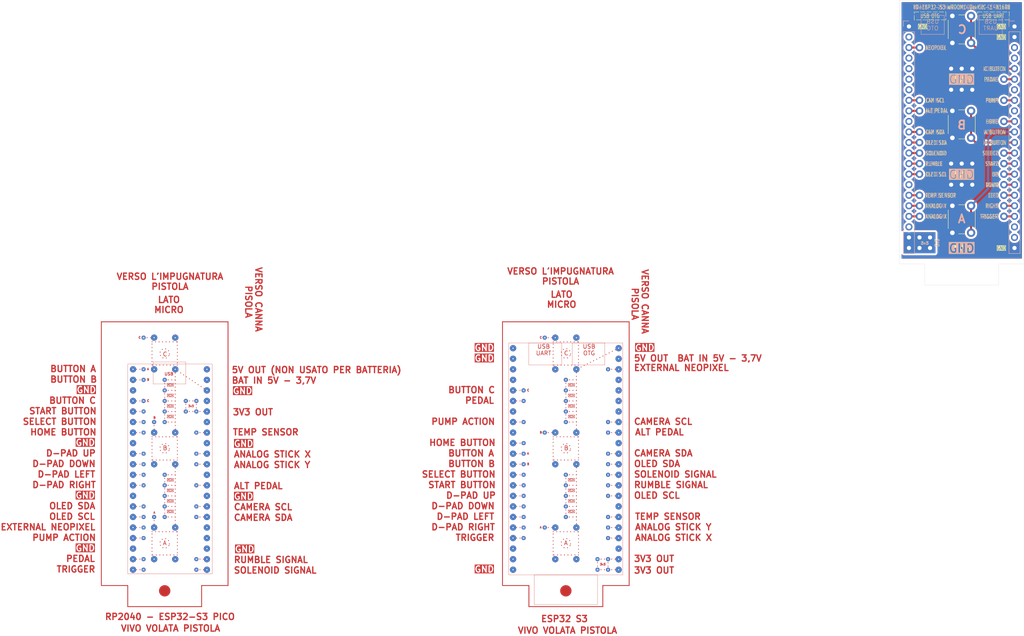
<source format=kicad_pcb>
(kicad_pcb (version 20241229) (generator "pcbnew") (generator_version "9.0")
  (title_block (comment 4 "AISLER Project ID: UDKLLJUE"))
  (layers (0 "F.Cu" signal) (2 "B.Cu" signal) (13 "F.Paste" user) (15 "B.Paste" user) (5 "F.SilkS" user "F.Silkscreen") (7 "B.SilkS" user "B.Silkscreen") (1 "F.Mask" user) (3 "B.Mask" user) (25 "Edge.Cuts" user))
  (net 0 "")
  (net 1 "VCC")
  (net 2 "GND")
  (net 3 "A")
  (net 4 "B")
  (net 5 "C")
  (footprint "MountingHole:MountingHole_2.2mm_M2" (layer "F.Cu") (at 243.84 106.68)
    (property "Reference" "REF**" (hide yes))
    (property "Value" "MountingHole_2.2mm_M2" (hide yes))
  )
  (footprint "Button_Switch_THT:SW_PUSH_6mm" (layer "F.Cu") (at 241.59 75.08 90)
    (property "Reference" "REF**" (hide yes))
    (property "Value" "SW_PUSH_6mm" (hide yes))
  )
  (footprint "Button_Switch_THT:SW_PUSH_6mm" (layer "F.Cu") (at 241.59 97.94 90)
    (property "Reference" "REF**" (hide yes))
    (property "Value" "SW_PUSH_6mm" (hide yes))
  )
  (footprint "Button_Switch_THT:SW_PUSH_6mm" (layer "F.Cu") (at 241.59 52.22 90)
    (property "Reference" "REF**" (hide yes))
    (property "Value" "SW_PUSH_6mm" (hide yes))
  )
  (footprint "Connector_PinSocket_2.54mm:PinSocket_1x22_P2.54mm_Vertical" (layer "B.Cu") (at 256.54 48.26 180)
    (property "Reference" "REF**" (hide yes))
    (property "Value" "PinSocket_1x22_P2.54mm_Vertical" (hide yes))
  )
  (footprint "Connector_PinSocket_2.54mm:PinSocket_1x22_P2.54mm_Vertical" (layer "B.Cu") (at 231.14 48.26 180)
    (property "Reference" "REF**" (hide yes))
    (property "Value" "PinSocket_1x22_P2.54mm_Vertical" (hide yes))
  )
  (gr_rect (start 150.114 124.46) (end 157.988 129.794) (stroke (width 0.0508)) (fill no) (layer "F.Cu"))
  (gr_line (start 151.13 130.81) (end 151.13 146.05) (stroke (width 0.2) (type dot)) (layer "F.Cu"))
  (gr_line (start 46.99 168.91) (end 44.45 168.91) (stroke (width 0.2) (type dot)) (layer "F.Cu"))
  (gr_line (start 135.89 168.91) (end 138.43 168.91) (stroke (width 0.2) (type dot)) (layer "F.Cu"))
  (gr_line (start 148.59 163.83) (end 151.13 163.83) (stroke (width 0.2) (type dot)) (layer "F.Cu"))
  (gr_line (start 59.69 163.83) (end 62.23 163.83) (stroke (width 0.2) (type dot)) (layer "F.Cu"))
  (gr_line (start 59.69 158.75) (end 62.23 158.75) (stroke (width 0.2) (type dot)) (layer "F.Cu"))
  (gr_rect (start 145.542 169.926) (end 151.638 175.514) (stroke (width 0.2) (type dot)) (fill no) (layer "F.Cu"))
  (gr_line (start 57.15 140.97) (end 57.15 138.43) (stroke (width 0.2) (type dot)) (layer "F.Cu"))
  (gr_circle (center 52.07 127) (end 53.086 127.508) (stroke (width 0.2) (type dot)) (fill no) (layer "F.Cu"))
  (gr_line (start 133.35 182.753) (end 133.35 119.38) (stroke (width 0.2)) (layer "F.Cu"))
  (gr_line (start 148.59 135.89) (end 151.13 135.89) (stroke (width 0.2) (type dot)) (layer "F.Cu"))
  (gr_line (start 59.69 153.67) (end 62.23 153.67) (stroke (width 0.2) (type dot)) (layer "F.Cu"))
  (gr_line (start 46.99 163.83) (end 44.45 163.83) (stroke (width 0.2) (type dot)) (layer "F.Cu"))
  (gr_line (start 43.18 187.96) (end 60.96 187.96) (stroke (width 0.2)) (layer "F.Cu"))
  (gr_line (start 156.21 176.53) (end 158.75 176.53) (stroke (width 0.2) (type dot)) (layer "F.Cu"))
  (gr_rect (start 49.022 169.926) (end 55.118 175.514) (stroke (width 0.2) (type dot)) (fill no) (layer "F.Cu"))
  (gr_line (start 62.23 135.89) (end 54.61 130.81) (stroke (width 0.2) (type dot)) (layer "F.Cu"))
  (gr_rect (start 139.7 124.46) (end 147.574 129.794) (stroke (width 0.0508)) (fill no) (layer "F.Cu"))
  (gr_rect (start 140.97 180.34) (end 156.21 187.452) (stroke (width 0.0508)) (fill no) (layer "F.Cu"))
  (gr_line (start 52.07 135.89) (end 54.61 135.89) (stroke (width 0.2) (type dot)) (layer "F.Cu"))
  (gr_line (start 158.75 153.67) (end 161.29 153.67) (stroke (width 0.2) (type dot)) (layer "F.Cu"))
  (gr_line (start 158.75 130.81) (end 161.29 130.81) (stroke (width 0.2) (type dot)) (layer "F.Cu"))
  (gr_line (start 148.59 133.35) (end 151.13 133.35) (stroke (width 0.2) (type dot)) (layer "F.Cu"))
  (gr_rect (start 145.542 124.206) (end 151.638 129.794) (stroke (width 0.2) (type dot)) (fill no) (layer "F.Cu"))
  (gr_line (start 59.69 151.13) (end 62.23 151.13) (stroke (width 0.2) (type dot)) (layer "F.Cu"))
  (gr_line (start 133.35 119.38) (end 163.83 119.38) (stroke (width 0.2)) (layer "F.Cu"))
  (gr_line (start 57.15 140.97) (end 59.69 140.97) (stroke (width 0.2) (type dot)) (layer "F.Cu"))
  (gr_line (start 148.59 166.37) (end 151.13 166.37) (stroke (width 0.2) (type dot)) (layer "F.Cu"))
  (gr_circle (center 52.07 172.72) (end 53.086 173.228) (stroke (width 0.2) (type dot)) (fill no) (layer "F.Cu"))
  (gr_line (start 52.07 156.21) (end 54.61 156.21) (stroke (width 0.2) (type dot)) (layer "F.Cu"))
  (gr_line (start 158.75 146.05) (end 161.29 146.05) (stroke (width 0.2) (type dot)) (layer "F.Cu"))
  (gr_rect (start 49.276 129.032) (end 57.15 134.366) (stroke (width 0.0508)) (fill no) (layer "F.Cu"))
  (gr_line (start 158.75 161.29) (end 161.29 161.29) (stroke (width 0.2) (type dot)) (layer "F.Cu"))
  (gr_line (start 46.99 153.67) (end 44.45 153.67) (stroke (width 0.2) (type dot)) (layer "F.Cu"))
  (gr_line (start 135.89 161.29) (end 138.43 161.29) (stroke (width 0.2) (type dot)) (layer "F.Cu"))
  (gr_line (start 158.75 166.37) (end 161.29 166.37) (stroke (width 0.2) (type dot)) (layer "F.Cu"))
  (gr_circle (center 148.59 172.72) (end 149.606 173.228) (stroke (width 0.2) (type dot)) (fill no) (layer "F.Cu"))
  (gr_line (start 148.59 158.75) (end 151.13 158.75) (stroke (width 0.2) (type dot)) (layer "F.Cu"))
  (gr_line (start 46.99 179.07) (end 44.45 179.07) (stroke (width 0.2) (type dot)) (layer "F.Cu"))
  (gr_line (start 36.83 119.38) (end 67.31 119.38) (stroke (width 0.2)) (layer "F.Cu"))
  (gr_line (start 43.18 182.88) (end 43.18 187.96) (stroke (width 0.2)) (layer "F.Cu"))
  (gr_line (start 135.89 135.89) (end 138.43 135.89) (stroke (width 0.2) (type dot)) (layer "F.Cu"))
  (gr_line (start 46.99 146.05) (end 44.45 146.05) (stroke (width 0.2) (type dot)) (layer "F.Cu"))
  (gr_line (start 46.99 171.45) (end 44.45 171.45) (stroke (width 0.2) (type dot)) (layer "F.Cu"))
  (gr_line (start 148.59 156.21) (end 151.13 156.21) (stroke (width 0.2) (type dot)) (layer "F.Cu"))
  (gr_line (start 52.07 166.37) (end 54.61 166.37) (stroke (width 0.2) (type dot)) (layer "F.Cu"))
  (gr_line (start 156.21 179.07) (end 156.21 176.53) (stroke (width 0.2) (type dot)) (layer "F.Cu"))
  (gr_line (start 46.99 140.97) (end 44.45 140.97) (stroke (width 0.2) (type dot)) (layer "F.Cu"))
  (gr_line (start 59.69 140.97) (end 62.23 140.97) (stroke (width 0.2) (type dot)) (layer "F.Cu"))
  (gr_line (start 158.75 143.51) (end 161.29 143.51) (stroke (width 0.2) (type dot)) (layer "F.Cu"))
  (gr_line (start 46.99 156.21) (end 44.45 156.21) (stroke (width 0.2) (type dot)) (layer "F.Cu"))
  (gr_line (start 135.89 166.37) (end 138.43 166.37) (stroke (width 0.2) (type dot)) (layer "F.Cu"))
  (gr_line (start 135.89 158.75) (end 138.43 158.75) (stroke (width 0.2) (type dot)) (layer "F.Cu"))
  (gr_line (start 52.07 156.21) (end 52.07 166.37) (stroke (width 0.2) (type dot)) (layer "F.Cu"))
  (gr_line (start 59.69 146.05) (end 62.23 146.05) (stroke (width 0.2) (type dot)) (layer "F.Cu"))
  (gr_rect (start 49.022 147.066) (end 55.118 152.654) (stroke (width 0.2) (type dot)) (fill no) (layer "F.Cu"))
  (gr_line (start 143.51 146.05) (end 146.05 146.05) (stroke (width 0.2) (type dot)) (layer "F.Cu"))
  (gr_line (start 59.69 179.07) (end 62.23 179.07) (stroke (width 0.2) (type dot)) (layer "F.Cu"))
  (gr_line (start 49.53 166.37) (end 49.53 168.91) (stroke (width 0.2) (type dot)) (layer "F.Cu"))
  (gr_line (start 60.96 182.88) (end 60.96 187.96) (stroke (width 0.2)) (layer "F.Cu"))
  (gr_line (start 46.99 143.51) (end 44.45 143.51) (stroke (width 0.2) (type dot)) (layer "F.Cu"))
  (gr_line (start 46.99 123.19) (end 49.53 123.19) (stroke (width 0.2) (type dot)) (layer "F.Cu"))
  (gr_line (start 135.89 156.21) (end 138.43 156.21) (stroke (width 0.2) (type dot)) (layer "F.Cu"))
  (gr_line (start 143.51 168.91) (end 146.05 168.91) (stroke (width 0.2) (type dot)) (layer "F.Cu"))
  (gr_line (start 52.07 163.83) (end 54.61 163.83) (stroke (width 0.2) (type dot)) (layer "F.Cu"))
  (gr_circle (center 52.07 149.86) (end 53.086 150.368) (stroke (width 0.2) (type dot)) (fill no) (layer "F.Cu"))
  (gr_circle (center 52.07 184.15) (end 53.086 184.912) (stroke (width 0.2)) (fill yes) (layer "F.Cu"))
  (gr_line (start 54.61 168.91) (end 54.61 153.67) (stroke (width 0.2) (type dot)) (layer "F.Cu"))
  (gr_line (start 158.75 176.53) (end 161.29 176.53) (stroke (width 0.2) (type dot)) (layer "F.Cu"))
  (gr_line (start 158.75 179.07) (end 161.29 179.07) (stroke (width 0.2) (type dot)) (layer "F.Cu"))
  (gr_line (start 143.51 123.19) (end 146.05 123.19) (stroke (width 0.2) (type dot)) (layer "F.Cu"))
  (gr_line (start 135.89 138.43) (end 138.43 138.43) (stroke (width 0.2) (type dot)) (layer "F.Cu"))
  (gr_line (start 148.59 161.29) (end 151.13 161.29) (stroke (width 0.2) (type dot)) (layer "F.Cu"))
  (gr_line (start 52.07 161.29) (end 54.61 161.29) (stroke (width 0.2) (type dot)) (layer "F.Cu"))
  (gr_line (start 46.99 138.43) (end 44.45 138.43) (stroke (width 0.2) (type dot)) (layer "F.Cu"))
  (gr_line (start 158.75 171.45) (end 161.29 171.45) (stroke (width 0.2) (type dot)) (layer "F.Cu"))
  (gr_line (start 135.89 148.59) (end 138.43 148.59) (stroke (width 0.2) (type dot)) (layer "F.Cu"))
  (gr_line (start 135.89 171.45) (end 138.43 171.45) (stroke (width 0.2) (type dot)) (layer "F.Cu"))
  (gr_line (start 158.75 151.13) (end 161.29 151.13) (stroke (width 0.2) (type dot)) (layer "F.Cu"))
  (gr_line (start 46.99 133.35) (end 44.45 133.35) (stroke (width 0.2) (type dot)) (layer "F.Cu"))
  (gr_line (start 46.99 158.75) (end 44.45 158.75) (stroke (width 0.2) (type dot)) (layer "F.Cu"))
  (gr_line (start 36.83 182.88) (end 43.18 182.88) (stroke (width 0.2)) (layer "F.Cu"))
  (gr_line (start 49.53 143.51) (end 49.53 146.05) (stroke (width 0.2) (type dot)) (layer "F.Cu"))
  (gr_line (start 52.07 143.51) (end 54.61 143.51) (stroke (width 0.2) (type dot)) (layer "F.Cu"))
  (gr_rect (start 134.874 124.46) (end 162.306 180.34) (stroke (width 0.0508)) (fill no) (layer "F.Cu"))
  (gr_circle (center 148.59 184.15) (end 149.606 184.912) (stroke (width 0.2)) (fill yes) (layer "F.Cu"))
  (gr_line (start 148.59 138.43) (end 151.13 138.43) (stroke (width 0.2) (type dot)) (layer "F.Cu"))
  (gr_line (start 36.83 182.753) (end 36.83 119.38) (stroke (width 0.2)) (layer "F.Cu"))
  (gr_line (start 67.31 119.38) (end 67.31 182.88) (stroke (width 0.2)) (layer "F.Cu"))
  (gr_line (start 67.31 182.88) (end 60.96 182.88) (stroke (width 0.2)) (layer "F.Cu"))
  (gr_line (start 161.29 125.73) (end 151.13 130.81) (stroke (width 0.2) (type dot)) (layer "F.Cu"))
  (gr_line (start 46.99 176.53) (end 44.45 176.53) (stroke (width 0.2) (type dot)) (layer "F.Cu"))
  (gr_line (start 158.75 168.91) (end 161.29 168.91) (stroke (width 0.2) (type dot)) (layer "F.Cu"))
  (gr_line (start 163.83 182.88) (end 157.48 182.88) (stroke (width 0.2)) (layer "F.Cu"))
  (gr_line (start 57.15 138.43) (end 59.69 138.43) (stroke (width 0.2) (type dot)) (layer "F.Cu"))
  (gr_line (start 52.07 133.35) (end 52.07 143.51) (stroke (width 0.2) (type dot)) (layer "F.Cu"))
  (gr_line (start 151.13 153.67) (end 151.13 168.91) (stroke (width 0.2) (type dot)) (layer "F.Cu"))
  (gr_line (start 157.48 182.88) (end 157.48 187.96) (stroke (width 0.2)) (layer "F.Cu"))
  (gr_line (start 46.99 166.37) (end 44.45 166.37) (stroke (width 0.2) (type dot)) (layer "F.Cu"))
  (gr_line (start 54.61 146.05) (end 54.61 130.81) (stroke (width 0.2) (type dot)) (layer "F.Cu"))
  (gr_line (start 139.7 187.96) (end 157.48 187.96) (stroke (width 0.2)) (layer "F.Cu"))
  (gr_line (start 148.59 143.51) (end 151.13 143.51) (stroke (width 0.2) (type dot)) (layer "F.Cu"))
  (gr_rect (start 43.18 129.54) (end 63.5 180.086) (stroke (width 0.0508)) (fill no) (layer "F.Cu"))
  (gr_rect (start 49.022 124.206) (end 55.118 129.794) (stroke (width 0.2) (type dot)) (fill no) (layer "F.Cu"))
  (gr_line (start 163.83 119.38) (end 163.83 182.88) (stroke (width 0.2)) (layer "F.Cu"))
  (gr_line (start 59.69 140.97) (end 59.69 138.43) (stroke (width 0.2) (type dot)) (layer "F.Cu"))
  (gr_line (start 46.99 130.81) (end 44.45 130.81) (stroke (width 0.2) (type dot)) (layer "F.Cu"))
  (gr_line (start 148.59 133.35) (end 148.59 143.51) (stroke (width 0.2) (type dot)) (layer "F.Cu"))
  (gr_line (start 148.59 166.37) (end 148.59 156.21) (stroke (width 0.2) (type dot)) (layer "F.Cu"))
  (gr_line (start 59.69 166.37) (end 62.23 166.37) (stroke (width 0.2) (type dot)) (layer "F.Cu"))
  (gr_line (start 46.99 151.13) (end 44.45 151.13) (stroke (width 0.2) (type dot)) (layer "F.Cu"))
  (gr_line (start 139.7 182.88) (end 139.7 187.96) (stroke (width 0.2)) (layer "F.Cu"))
  (gr_line (start 135.89 151.13) (end 138.43 151.13) (stroke (width 0.2) (type dot)) (layer "F.Cu"))
  (gr_line (start 52.07 158.75) (end 54.61 158.75) (stroke (width 0.2) (type dot)) (layer "F.Cu"))
  (gr_circle (center 148.59 127) (end 149.606 127.508) (stroke (width 0.2) (type dot)) (fill no) (layer "F.Cu"))
  (gr_line (start 158.75 158.75) (end 161.29 158.75) (stroke (width 0.2) (type dot)) (layer "F.Cu"))
  (gr_line (start 52.07 138.43) (end 54.61 138.43) (stroke (width 0.2) (type dot)) (layer "F.Cu"))
  (gr_line (start 158.75 176.53) (end 158.75 179.07) (stroke (width 0.2) (type dot)) (layer "F.Cu"))
  (gr_line (start 133.35 182.88) (end 139.7 182.88) (stroke (width 0.2)) (layer "F.Cu"))
  (gr_line (start 52.07 133.35) (end 54.61 133.35) (stroke (width 0.2) (type dot)) (layer "F.Cu"))
  (gr_line (start 52.07 140.97) (end 54.61 140.97) (stroke (width 0.2) (type dot)) (layer "F.Cu"))
  (gr_line (start 135.89 143.51) (end 138.43 143.51) (stroke (width 0.2) (type dot)) (layer "F.Cu"))
  (gr_line (start 59.69 176.53) (end 62.23 176.53) (stroke (width 0.2) (type dot)) (layer "F.Cu"))
  (gr_line (start 158.75 156.21) (end 161.29 156.21) (stroke (width 0.2) (type dot)) (layer "F.Cu"))
  (gr_line (start 135.89 153.67) (end 138.43 153.67) (stroke (width 0.2) (type dot)) (layer "F.Cu"))
  (gr_rect (start 145.542 147.066) (end 151.638 152.654) (stroke (width 0.2) (type dot)) (fill no) (layer "F.Cu"))
  (gr_line (start 148.59 140.97) (end 151.13 140.97) (stroke (width 0.2) (type dot)) (layer "F.Cu"))
  (gr_line (start 158.75 179.07) (end 156.21 179.07) (stroke (width 0.2) (type dot)) (layer "F.Cu"))
  (gr_circle (center 148.59 149.86) (end 149.606 150.368) (stroke (width 0.2) (type dot)) (fill no) (layer "F.Cu"))
  (gr_line (start 135.89 163.83) (end 138.43 163.83) (stroke (width 0.2) (type dot)) (layer "F.Cu"))
  (gr_line (start 228.854 105.41) (end 234.95 105.41) (stroke (width 0.05)) (layer "Edge.Cuts"))
  (gr_line (start 252.73 105.41) (end 258.826 105.41) (stroke (width 0.05)) (layer "Edge.Cuts"))
  (gr_line (start 234.95 105.41) (end 234.95 110.49) (stroke (width 0.05)) (layer "Edge.Cuts"))
  (gr_line (start 258.826 41.91) (end 228.854 41.91) (stroke (width 0.05)) (layer "Edge.Cuts"))
  (gr_line (start 228.854 41.91) (end 228.854 105.41) (stroke (width 0.05)) (layer "Edge.Cuts"))
  (gr_line (start 252.73 110.49) (end 252.73 105.41) (stroke (width 0.05)) (layer "Edge.Cuts"))
  (gr_line (start 258.826 105.41) (end 258.826 41.91) (stroke (width 0.05)) (layer "Edge.Cuts"))
  (gr_line (start 234.95 110.49) (end 252.73 110.49) (stroke (width 0.05)) (layer "Edge.Cuts"))
  (gr_text "VERSO L'IMPUGNATURA\nPISTOLA" (at 53.34 111.76 0) (layer "F.Cu") (effects (font (size 1.5 1.5) (thickness 0.3) (bold yes)) (justify bottom)))
  (gr_text "ANALOG STICK Y" (at 165.1 169.672 0) (layer "F.Cu") (effects (font (size 1.5 1.5) (thickness 0.3) (bold yes)) (justify left bottom)))
  (gr_text "GND" (at 68.58 162.306 0) (layer "F.Cu" knockout) (effects (font (size 1.5 1.5) (thickness 0.3) (bold yes)) (justify left bottom)))
  (gr_text "RP2040 - ESP32-S3 PICO" (at 53.34 191.262 0) (layer "F.Cu") (effects (font (size 1.5 1.5) (thickness 0.3) (bold yes)) (justify bottom)))
  (gr_text "GND" (at 68.58 149.606 0) (layer "F.Cu" knockout) (effects (font (size 1.5 1.5) (thickness 0.3) (bold yes)) (justify left bottom)))
  (gr_text "GND" (at 149.098 137.414 0) (layer "F.Cu" knockout) (effects (font (size 0.5 0.5) (thickness 0.125)) (justify left bottom)))
  (gr_text "C" (at 47.752 138.684 0) (layer "F.Cu") (effects (font (size 0.5 0.5) (thickness 0.125)) (justify left bottom)))
  (gr_text "D-PAD RIGHT" (at 20.066 159.512 0) (layer "F.Cu") (effects (font (size 1.5 1.5) (thickness 0.3) (bold yes)) (justify left bottom)))
  (gr_text "OLED SDA" (at 24.13 164.592 0) (layer "F.Cu") (effects (font (size 1.5 1.5) (thickness 0.3) (bold yes)) (justify left bottom)))
  (gr_text "VERSO L'IMPUGNATURA\nPISTOLA" (at 147.32 110.49 0) (layer "F.Cu") (effects (font (size 1.5 1.5) (thickness 0.3) (bold yes)) (justify bottom)))
  (gr_text "OLED SCL" (at 24.13 167.132 0) (layer "F.Cu") (effects (font (size 1.5 1.5) (thickness 0.3) (bold yes)) (justify left bottom)))
  (gr_text "5V OUT" (at 164.846 129.032 0) (layer "F.Cu") (effects (font (size 1.5 1.5) (thickness 0.3) (bold yes)) (justify left bottom)))
  (gr_text "B" (at 139.192 153.924 0) (layer "F.Cu") (effects (font (size 0.5 0.5) (thickness 0.125)) (justify left bottom)))
  (gr_text "D-PAD UP" (at 119.634 162.052 0) (layer "F.Cu") (effects (font (size 1.5 1.5) (thickness 0.3) (bold yes)) (justify left bottom)))
  (gr_text "HOME BUTTON" (at 115.57 149.352 0) (layer "F.Cu") (effects (font (size 1.5 1.5) (thickness 0.3) (bold yes)) (justify left bottom)))
  (gr_text "BUTTON C" (at 24.13 139.192 0) (layer "F.Cu") (effects (font (size 1.5 1.5) (thickness 0.3) (bold yes)) (justify left bottom)))
  (gr_text "D-PAD DOWN" (at 20.066 154.432 0) (layer "F.Cu") (effects (font (size 1.5 1.5) (thickness 0.3) (bold yes)) (justify left bottom)))
  (gr_text "D-PAD LEFT" (at 21.336 156.972 0) (layer "F.Cu") (effects (font (size 1.5 1.5) (thickness 0.3) (bold yes)) (justify left bottom)))
  (gr_text "GND" (at 52.578 137.414 0) (layer "F.Cu" knockout) (effects (font (size 0.5 0.5) (thickness 0.125)) (justify left bottom)))
  (gr_text "TRIGGER" (at 25.908 179.832 0) (layer "F.Cu") (effects (font (size 1.5 1.5) (thickness 0.3) (bold yes)) (justify left bottom)))
  (gr_text "GND" (at 52.578 134.874 0) (layer "F.Cu" knockout) (effects (font (size 0.5 0.5) (thickness 0.125)) (justify left bottom)))
  (gr_text "GND" (at 149.098 157.734 0) (layer "F.Cu" knockout) (effects (font (size 0.5 0.5) (thickness 0.125)) (justify left bottom)))
  (gr_text "3v3" (at 156.718 178.054 0) (layer "F.Cu") (effects (font (size 0.5 0.5) (thickness 0.125)) (justify left bottom)))
  (gr_text "TRIGGER" (at 121.92 172.212 0) (layer "F.Cu") (effects (font (size 1.5 1.5) (thickness 0.3) (bold yes)) (justify left bottom)))
  (gr_text "ANALOG STICK X" (at 68.58 152.146 0) (layer "F.Cu") (effects (font (size 1.5 1.5) (thickness 0.3) (bold yes)) (justify left bottom)))
  (gr_text "GND" (at 52.578 157.734 0) (layer "F.Cu" knockout) (effects (font (size 0.5 0.5) (thickness 0.125)) (justify left bottom)))
  (gr_text "VIVO VOLATA PISTOLA" (at 136.906 194.564 0) (layer "F.Cu") (effects (font (size 1.5 1.5) (thickness 0.3) (bold yes)) (justify left bottom)))
  (gr_text "D-PAD UP" (at 23.368 151.892 0) (layer "F.Cu") (effects (font (size 1.5 1.5) (thickness 0.3) (bold yes)) (justify left bottom)))
  (gr_text "BUTTON B" (at 24.384 134.112 0) (layer "F.Cu") (effects (font (size 1.5 1.5) (thickness 0.3) (bold yes)) (justify left bottom)))
  (gr_text "GND" (at 30.48 162.052 0) (layer "F.Cu" knockout) (effects (font (size 1.5 1.5) (thickness 0.3) (bold yes)) (justify left bottom)))
  (gr_text "GND" (at 165.1 126.492 0) (layer "F.Cu" knockout) (effects (font (size 1.5 1.5) (thickness 0.3) (bold yes)) (justify left bottom)))
  (gr_text "PEDAL" (at 124.206 139.192 0) (layer "F.Cu") (effects (font (size 1.5 1.5) (thickness 0.3) (bold yes)) (justify left bottom)))
  (gr_text "A" (at 51.562 173.228 0) (layer "F.Cu") (effects (font (size 1.016 1.016) (thickness 0.127) (bold yes)) (justify left bottom)))
  (gr_text "SELECT BUTTON" (at 113.792 156.972 0) (layer "F.Cu") (effects (font (size 1.5 1.5) (thickness 0.3) (bold yes)) (justify left bottom)))
  (gr_text "3v3" (at 57.658 139.954 0) (layer "F.Cu") (effects (font (size 0.5 0.5) (thickness 0.125)) (justify left bottom)))
  (gr_text "GND" (at 149.098 165.354 0) (layer "F.Cu" knockout) (effects (font (size 0.5 0.5) (thickness 0.125)) (justify left bottom)))
  (gr_text "A" (at 139.192 151.384 0) (layer "F.Cu") (effects (font (size 0.5 0.5) (thickness 0.125)) (justify left bottom)))
  (gr_text "D-PAD DOWN" (at 116.078 164.592 0) (layer "F.Cu") (effects (font (size 1.5 1.5) (thickness 0.3) (bold yes)) (justify left bottom)))
  (gr_text "GND" (at 52.578 165.354 0) (layer "F.Cu" knockout) (effects (font (size 0.5 0.5) (thickness 0.125)) (justify left bottom)))
  (gr_text "EXTERNAL NEOPIXEL" (at 164.846 131.318 0) (layer "F.Cu") (effects (font (size 1.5 1.5) (thickness 0.3) (bold yes)) (justify left bottom)))
  (gr_text "GND" (at 149.098 134.874 0) (layer "F.Cu" knockout) (effects (font (size 0.5 0.5) (thickness 0.125)) (justify left bottom)))
  (gr_text "LATO\nMICRO" (at 53.086 117.348 0) (layer "F.Cu") (effects (font (size 1.5 1.5) (thickness 0.3) (bold yes)) (justify bottom)))
  (gr_text "B" (at 47.752 133.604 0) (layer "F.Cu") (effects (font (size 0.5 0.5) (thickness 0.125)) (justify left bottom)))
  (gr_text "3V3 OUT" (at 164.846 177.292 0) (layer "F.Cu") (effects (font (size 1.5 1.5) (thickness 0.3) (bold yes)) (justify left bottom)))
  (gr_text "BUTTON C" (at 120.142 136.652 0) (layer "F.Cu") (effects (font (size 1.5 1.5) (thickness 0.3) (bold yes)) (justify left bottom)))
  (gr_text "C" (at 139.192 136.144 0) (layer "F.Cu") (effects (font (size 0.5 0.5) (thickness 0.125)) (justify left bottom)))
  (gr_text "A" (at 49.276 165.608 0) (layer "F.Cu") (effects (font (size 0.5 0.5) (thickness 0.125)) (justify left bottom)))
  (gr_text "C" (at 142.24 123.444 0) (layer "F.Cu") (effects (font (size 0.5 0.5) (thickness 0.125)) (justify left bottom)))
  (gr_text "GND" (at 126.492 126.492 0) (layer "F.Cu" knockout) (effects (font (size 1.5 1.5) (thickness 0.3) (bold yes)) (justify left bottom)))
  (gr_text "ANALOG STICK Y" (at 68.58 154.686 0) (layer "F.Cu") (effects (font (size 1.5 1.5) (thickness 0.3) (bold yes)) (justify left bottom)))
  (gr_text "GND" (at 52.578 162.814 0) (layer "F.Cu" knockout) (effects (font (size 0.5 0.5) (thickness 0.125)) (justify left bottom)))
  (gr_text "USB" (at 53.086 132.334 0) (layer "F.Cu") (effects (font (size 0.7 0.7) (thickness 0.125)) (justify bottom)))
  (gr_text "GND" (at 68.326 136.906 0) (layer "F.Cu" knockout) (effects (font (size 1.5 1.5) (thickness 0.3) (bold yes)) (justify left bottom)))
  (gr_text "ESP32 S3" (at 142.494 191.77 0) (layer "F.Cu") (effects (font (size 1.5 1.5) (thickness 0.3) (bold yes)) (justify left bottom)))
  (gr_text "C" (at 51.562 127.762 0) (layer "F.Cu") (effects (font (size 1.016 1.016) (thickness 0.127) (bold yes)) (justify left bottom)))
  (gr_text "C" (at 148.082 127.508 0) (layer "F.Cu") (effects (font (size 1.016 1.016) (thickness 0.127) (bold yes)) (justify left bottom)))
  (gr_text "START BUTTON" (at 115.316 159.512 0) (layer "F.Cu") (effects (font (size 1.5 1.5) (thickness 0.3) (bold yes)) (justify left bottom)))
  (gr_text "HOME BUTTON" (at 19.558 146.812 0) (layer "F.Cu") (effects (font (size 1.5 1.5) (thickness 0.3) (bold yes)) (justify left bottom)))
  (gr_text "START BUTTON" (at 19.304 141.732 0) (layer "F.Cu") (effects (font (size 1.5 1.5) (thickness 0.3) (bold yes)) (justify left bottom)))
  (gr_text "D-PAD LEFT" (at 117.348 167.132 0) (layer "F.Cu") (effects (font (size 1.5 1.5) (thickness 0.3) (bold yes)) (justify left bottom)))
  (gr_text "CAMERA SCL" (at 68.58 164.846 0) (layer "F.Cu") (effects (font (size 1.5 1.5) (thickness 0.3) (bold yes)) (justify left bottom)))
  (gr_text "RUMBLE SIGNAL" (at 68.58 177.546 0) (layer "F.Cu") (effects (font (size 1.5 1.5) (thickness 0.3) (bold yes)) (justify left bottom)))
  (gr_text "SOLENOID SIGNAL" (at 68.58 180.086 0) (layer "F.Cu") (effects (font (size 1.5 1.5) (thickness 0.3) (bold yes)) (justify left bottom)))
  (gr_text "BUTTON B" (at 120.142 154.432 0) (layer "F.Cu") (effects (font (size 1.5 1.5) (thickness 0.3) (bold yes)) (justify left bottom)))
  (gr_text "VERSO CANNA \nPISOLA" (at 164.338 115.062 270) (layer "F.Cu") (effects (font (size 1.5 1.5) (thickness 0.3) (bold yes)) (justify bottom)))
  (gr_text "PUMP ACTION" (at 20.066 172.212 0) (layer "F.Cu") (effects (font (size 1.5 1.5) (thickness 0.3) (bold yes)) (justify left bottom)))
  (gr_text "GND" (at 126.492 129.032 0) (layer "F.Cu" knockout) (effects (font (size 1.5 1.5) (thickness 0.3) (bold yes)) (justify left bottom)))
  (gr_text "SELECT BUTTON" (at 17.78 144.272 0) (layer "F.Cu") (effects (font (size 1.5 1.5) (thickness 0.3) (bold yes)) (justify left bottom)))
  (gr_text "RUMBLE SIGNAL" (at 164.846 159.512 0) (layer "F.Cu") (effects (font (size 1.5 1.5) (thickness 0.3) (bold yes)) (justify left bottom)))
  (gr_text "B" (at 49.276 142.748 0) (layer "F.Cu") (effects (font (size 0.5 0.5) (thickness 0.125)) (justify left bottom)))
  (gr_text "ANALOG STICK X" (at 165.1 172.212 0) (layer "F.Cu") (effects (font (size 1.5 1.5) (thickness 0.3) (bold yes)) (justify left bottom)))
  (gr_text "C" (at 45.72 123.444 0) (layer "F.Cu") (effects (font (size 0.5 0.5) (thickness 0.125)) (justify left bottom)))
  (gr_text "PEDAL" (at 28.194 177.292 0) (layer "F.Cu") (effects (font (size 1.5 1.5) (thickness 0.3) (bold yes)) (justify left bottom)))
  (gr_text "BAT IN 5V - 3,7V" (at 175.26 129.032 0) (layer "F.Cu") (effects (font (size 1.5 1.5) (thickness 0.3) (bold yes)) (justify left bottom)))
  (gr_text "B" (at 142.24 146.304 0) (layer "F.Cu") (effects (font (size 0.5 0.5) (thickness 0.125)) (justify left bottom)))
  (gr_text "CAMERA SDA" (at 164.846 151.892 0) (layer "F.Cu") (effects (font (size 1.5 1.5) (thickness 0.3) (bold yes)) (justify left bottom)))
  (gr_text "GND" (at 30.48 149.352 0) (layer "F.Cu" knockout) (effects (font (size 1.5 1.5) (thickness 0.3) (bold yes)) (justify left bottom)))
  (gr_text "GND" (at 52.578 160.274 0) (layer "F.Cu" knockout) (effects (font (size 0.5 0.5) (thickness 0.125)) (justify left bottom)))
  (gr_text "BUTTON A" (at 24.384 131.572 0) (layer "F.Cu") (effects (font (size 1.5 1.5) (thickness 0.3) (bold yes)) (justify left bottom)))
  (gr_text "5V OUT (NON USATO PER BATTERIA)" (at 68.072 131.826 0) (layer "F.Cu") (effects (font (size 1.5 1.5) (thickness 0.3) (bold yes)) (justify left bottom)))
  (gr_text "GND" (at 149.098 160.274 0) (layer "F.Cu" knockout) (effects (font (size 0.5 0.5) (thickness 0.125)) (justify left bottom)))
  (gr_text "GND" (at 68.834 175.006 0) (layer "F.Cu" knockout) (effects (font (size 1.5 1.5) (thickness 0.3) (bold yes)) (justify left bottom)))
  (gr_text "SOLENOID SIGNAL" (at 164.846 156.972 0) (layer "F.Cu") (effects (font (size 1.5 1.5) (thickness 0.3) (bold yes)) (justify left bottom)))
  (gr_text "PUMP ACTION" (at 116.078 144.272 0) (layer "F.Cu") (effects (font (size 1.5 1.5) (thickness 0.3) (bold yes)) (justify left bottom)))
  (gr_text "A" (at 148.082 173.228 0) (layer "F.Cu") (effects (font (size 1.016 1.016) (thickness 0.127) (bold yes)) (justify left bottom)))
  (gr_text "ALT PEDAL" (at 68.58 159.766 0) (layer "F.Cu") (effects (font (size 1.5 1.5) (thickness 0.3) (bold yes)) (justify left bottom)))
  (gr_text "USB\nUART" (at 143.256 127.508 0) (layer "F.Cu") (effects (font (size 1 1) (thickness 0.125)) (justify bottom)))
  (gr_text "USB\nOTG" (at 154.178 127.508 0) (layer "F.Cu") (effects (font (size 1 1) (thickness 0.125)) (justify bottom)))
  (gr_text "3V3 OUT" (at 164.846 180.086 0) (layer "F.Cu") (effects (font (size 1.5 1.5) (thickness 0.3) (bold yes)) (justify left bottom)))
  (gr_text "B" (at 51.562 150.368 0) (layer "F.Cu") (effects (font (size 1.016 1.016) (thickness 0.127) (bold yes)) (justify left bottom)))
  (gr_text "ALT PEDAL" (at 165.1 146.812 0) (layer "F.Cu") (effects (font (size 1.5 1.5) (thickness 0.3) (bold yes)) (justify left bottom)))
  (gr_text "D-PAD RIGHT" (at 116.078 169.672 0) (layer "F.Cu") (effects (font (size 1.5 1.5) (thickness 0.3) (bold yes)) (justify left bottom)))
  (gr_text "TEMP SENSOR" (at 165.1 167.132 0) (layer "F.Cu") (effects (font (size 1.5 1.5) (thickness 0.3) (bold yes)) (justify left bottom)))
  (gr_text "EXTERNAL NEOPIXEL" (at 12.446 169.672 0) (layer "F.Cu") (effects (font (size 1.5 1.5) (thickness 0.3) (bold yes)) (justify left bottom)))
  (gr_text "GND" (at 126.492 179.832 0) (layer "F.Cu" knockout) (effects (font (size 1.5 1.5) (thickness 0.3) (bold yes)) (justify left bottom)))
  (gr_text "CAMERA SDA" (at 68.58 167.386 0) (layer "F.Cu") (effects (font (size 1.5 1.5) (thickness 0.3) (bold yes)) (justify left bottom)))
  (gr_text "OLED SCL" (at 164.846 162.052 0) (layer "F.Cu") (effects (font (size 1.5 1.5) (thickness 0.3) (bold yes)) (justify left bottom)))
  (gr_text "B" (at 148.082 150.368 0) (layer "F.Cu") (effects (font (size 1.016 1.016) (thickness 0.127) (bold yes)) (justify left bottom)))
  (gr_text "GND" (at 30.734 136.652 0) (layer "F.Cu" knockout) (effects (font (size 1.5 1.5) (thickness 0.3) (bold yes)) (justify left bottom)))
  (gr_text "3V3 OUT" (at 68.326 141.986 0) (layer "F.Cu") (effects (font (size 1.5 1.5) (thickness 0.3) (bold yes)) (justify left bottom)))
  (gr_text "BUTTON A" (at 120.142 151.892 0) (layer "F.Cu") (effects (font (size 1.5 1.5) (thickness 0.3) (bold yes)) (justify left bottom)))
  (gr_text "A" (at 47.752 131.064 0) (layer "F.Cu") (effects (font (size 0.5 0.5) (thickness 0.125)) (justify left bottom)))
  (gr_text "LATO\nMICRO" (at 147.574 116.078 0) (layer "F.Cu") (effects (font (size 1.5 1.5) (thickness 0.3) (bold yes)) (justify bottom)))
  (gr_text "TEMP SENSOR" (at 68.326 146.812 0) (layer "F.Cu") (effects (font (size 1.5 1.5) (thickness 0.3) (bold yes)) (justify left bottom)))
  (gr_text "GND" (at 52.578 142.494 0) (layer "F.Cu" knockout) (effects (font (size 0.5 0.5) (thickness 0.125)) (justify left bottom)))
  (gr_text "CAMERA SCL" (at 164.846 144.272 0) (layer "F.Cu") (effects (font (size 1.5 1.5) (thickness 0.3) (bold yes)) (justify left bottom)))
  (gr_text "GND" (at 52.578 139.954 0) (layer "F.Cu" knockout) (effects (font (size 0.5 0.5) (thickness 0.125)) (justify left bottom)))
  (gr_text "GND" (at 30.48 174.752 0) (layer "F.Cu" knockout) (effects (font (size 1.5 1.5) (thickness 0.3) (bold yes)) (justify left bottom)))
  (gr_text "GND" (at 149.098 142.494 0) (layer "F.Cu" knockout) (effects (font (size 0.5 0.5) (thickness 0.125)) (justify left bottom)))
  (gr_text "BAT IN 5V - 3,7V" (at 68.072 134.366 0) (layer "F.Cu") (effects (font (size 1.5 1.5) (thickness 0.3) (bold yes)) (justify left bottom)))
  (gr_text "OLED SDA" (at 164.846 154.432 0) (layer "F.Cu") (effects (font (size 1.5 1.5) (thickness 0.3) (bold yes)) (justify left bottom)))
  (gr_text "VIVO VOLATA PISTOLA" (at 41.402 194.056 0) (layer "F.Cu") (effects (font (size 1.5 1.5) (thickness 0.3) (bold yes)) (justify left bottom)))
  (gr_text "GND" (at 149.098 139.954 0) (layer "F.Cu" knockout) (effects (font (size 0.5 0.5) (thickness 0.125)) (justify left bottom)))
  (gr_text "GND" (at 149.098 162.814 0) (layer "F.Cu" knockout) (effects (font (size 0.5 0.5) (thickness 0.125)) (justify left bottom)))
  (gr_text "VERSO CANNA \nPISOLA" (at 71.374 114.554 270) (layer "F.Cu") (effects (font (size 1.5 1.5) (thickness 0.3) (bold yes)) (justify bottom)))
  (gr_text "A" (at 142.24 169.164 0) (layer "F.Cu") (effects (font (size 0.5 0.5) (thickness 0.125)) (justify left bottom)))
  (gr_text "ANALOG X" (at 235.077 94.615 0) (layer "F.SilkS") (effects (font (size 1 0.7) (thickness 0.1)) (justify left bottom)))
  (gr_text "RUMBLE" (at 235.077 81.915 0) (layer "F.SilkS") (effects (font (size 1 0.7) (thickness 0.1)) (justify left bottom)))
  (gr_text "LEFT" (at 252.603 89.535 0) (layer "F.SilkS") (effects (font (size 1 0.7) (thickness 0.1)) (justify right bottom)))
  (gr_text "CAM SCL" (at 235.077 66.6496 0) (layer "F.SilkS") (effects (font (size 1 0.7) (thickness 0.1)) (justify left bottom)))
  (gr_text "TEMP SENSOR" (at 235.077 89.535 0) (layer "F.SilkS") (effects (font (size 1 0.7) (thickness 0.1)) (justify left bottom)))
  (gr_text "DOWN" (at 252.603 86.995 0) (layer "F.SilkS") (effects (font (size 1 0.7) (thickness 0.1)) (justify right bottom)))
  (gr_text "OLED SCL" (at 235.077 84.455 0) (layer "F.SilkS") (effects (font (size 1 0.7) (thickness 0.1)) (justify left bottom)))
  (gr_text "GND" (at 254.508 102.235 0) (layer "F.SilkS" knockout) (effects (font (size 1 0.7) (thickness 0.1)) (justify right bottom)))
  (gr_text "B BUTTON" (at 254.635 76.835 0) (layer "F.SilkS") (effects (font (size 1 0.7) (thickness 0.1)) (justify right bottom)))
  (gr_text "GND" (at 254.508 51.435 0) (layer "F.SilkS" knockout) (effects (font (size 1 0.7) (thickness 0.1)) (justify right bottom)))
  (gr_text "OLED SDA" (at 235.077 76.835 0) (layer "F.SilkS") (effects (font (size 1 0.7) (thickness 0.1)) (justify left bottom)))
  (gr_text "HOME" (at 252.603 71.755 0) (layer "F.SilkS") (effects (font (size 1 0.7) (thickness 0.1)) (justify right bottom)))
  (gr_text "GND" (at 243.8146 62.1792 0) (layer "F.SilkS" knockout) (effects (font (size 2 2) (thickness 0.2)) (justify bottom)))
  (gr_text "PUMP" (at 252.603 66.675 0) (layer "F.SilkS") (effects (font (size 1 0.7) (thickness 0.1)) (justify right bottom)))
  (gr_text "RIGHT" (at 252.603 92.075 0) (layer "F.SilkS") (effects (font (size 1 0.7) (thickness 0.1)) (justify right bottom)))
  (gr_text "GND" (at 243.7892 85.1154 0) (layer "F.SilkS" knockout) (effects (font (size 2 2) (thickness 0.2)) (justify bottom)))
  (gr_text "GND" (at 254.508 48.895 0) (layer "F.SilkS" knockout) (effects (font (size 1 0.7) (thickness 0.1)) (justify right bottom)))
  (gr_text "SELECT" (at 252.603 79.375 0) (layer "F.SilkS") (effects (font (size 1 0.7) (thickness 0.1)) (justify right bottom)))
  (gr_text "YD-ESP32-S3 WROOM1-DevKitC-1-N16R8" (at 243.84 44.196 0) (layer "F.SilkS") (effects (font (size 1 0.7) (thickness 0.1)) (justify bottom)))
  (gr_text "PEDAL" (at 252.476 61.595 0) (layer "F.SilkS") (effects (font (size 1 0.7) (thickness 0.1)) (justify right bottom)))
  (gr_text "TRIGGER" (at 252.603 94.615 0) (layer "F.SilkS") (effects (font (size 1 0.7) (thickness 0.1)) (justify right bottom)))
  (gr_text "GND" (at 243.84 102.87 0) (layer "F.SilkS" knockout) (effects (font (size 2 2) (thickness 0.4) (bold yes)) (justify bottom)))
  (gr_text "ANALOG Y" (at 235.077 92.075 0) (layer "F.SilkS") (effects (font (size 1 0.7) (thickness 0.1)) (justify left bottom)))
  (gr_text "3v3" (at 234.95 100.838 0) (layer "F.SilkS") (effects (font (size 0.7 0.7) (thickness 0.1)) (justify bottom)))
  (gr_text "A BUTTON" (at 254.508 74.295 0) (layer "F.SilkS") (effects (font (size 1 0.7) (thickness 0.1)) (justify right bottom)))
  (gr_text "3v3" (at 238.506 101.346 90) (layer "F.SilkS") (effects (font (size 1 0.7) (thickness 0.1)) (justify left bottom)))
  (gr_text "GND" (at 233.299 48.895 0) (layer "F.SilkS" knockout) (effects (font (size 1 0.7) (thickness 0.1)) (justify left bottom)))
  (gr_text "CAM SDA" (at 235.077 74.295 0) (layer "F.SilkS") (effects (font (size 1 0.7) (thickness 0.1)) (justify left bottom)))
  (gr_text "NEOPIXEL" (at 235.077 53.975 0) (layer "F.SilkS") (effects (font (size 1 0.7) (thickness 0.1)) (justify left bottom)))
  (gr_text "C BUTTON" (at 254.508 59.055 0) (layer "F.SilkS") (effects (font (size 1 0.7) (thickness 0.1)) (justify right bottom)))
  (gr_text "SOLENOID" (at 235.077 79.375 0) (layer "F.SilkS") (effects (font (size 1 0.7) (thickness 0.1)) (justify left bottom)))
  (gr_text "START" (at 252.603 81.915 0) (layer "F.SilkS") (effects (font (size 1 0.7) (thickness 0.1)) (justify right bottom)))
  (gr_text "UP" (at 252.603 84.455 0) (layer "F.SilkS") (effects (font (size 1 0.7) (thickness 0.1)) (justify right bottom)))
  (gr_text "ALT PEDAL" (at 235.077 69.088 0) (layer "F.SilkS") (effects (font (size 1 0.7) (thickness 0.1)) (justify left bottom)))
  (gr_text "PUMP" (at 252.73 66.675 0) (layer "B.SilkS") (effects (font (size 1 0.7) (thickness 0.1)) (justify left bottom mirror)))
  (gr_text "ANALOG X" (at 234.95 94.615 0) (layer "B.SilkS") (effects (font (size 1 0.7) (thickness 0.1)) (justify right bottom mirror)))
  (gr_text "TRIGGER" (at 252.73 94.615 0) (layer "B.SilkS") (effects (font (size 1 0.7) (thickness 0.1)) (justify left bottom mirror)))
  (gr_text "PEDAL" (at 252.73 61.595 0) (layer "B.SilkS") (effects (font (size 1 0.7) (thickness 0.1)) (justify left bottom mirror)))
  (gr_text "OLED SDA" (at 234.95 76.835 0) (layer "B.SilkS") (effects (font (size 1 0.7) (thickness 0.1)) (justify right bottom mirror)))
  (gr_text "B BUTTON" (at 254.254 76.835 0) (layer "B.SilkS") (effects (font (size 1 0.7) (thickness 0.1)) (justify left bottom mirror)))
  (gr_text "A BUTTON" (at 254.254 74.295 0) (layer "B.SilkS") (effects (font (size 1 0.7) (thickness 0.1)) (justify left bottom mirror)))
  (gr_text "START" (at 252.73 81.915 0) (layer "B.SilkS") (effects (font (size 1 0.7) (thickness 0.1)) (justify left bottom mirror)))
  (gr_text "DOWN" (at 252.73 86.995 0) (layer "B.SilkS") (effects (font (size 1 0.7) (thickness 0.1)) (justify left bottom mirror)))
  (gr_text "GND" (at 243.84 85.09 0) (layer "B.SilkS" knockout) (effects (font (size 2 2) (thickness 0.2)) (justify bottom mirror)))
  (gr_text "GND" (at 243.84 62.23 0) (layer "B.SilkS" knockout) (effects (font (size 2 2) (thickness 0.2)) (justify bottom mirror)))
  (gr_text "3v3" (at 238.506 101.346 90) (layer "B.SilkS") (effects (font (size 1 0.7) (thickness 0.1)) (justify right bottom mirror)))
  (gr_text "CAM SDA" (at 234.95 74.295 0) (layer "B.SilkS") (effects (font (size 1 0.7) (thickness 0.1)) (justify right bottom mirror)))
  (gr_text "SELECT" (at 252.73 79.375 0) (layer "B.SilkS") (effects (font (size 1 0.7) (thickness 0.1)) (justify left bottom mirror)))
  (gr_text "GND" (at 247.142 102.87 0) (layer "B.SilkS" knockout) (effects (font (size 2 2) (thickness 0.4) (bold yes)) (justify left bottom mirror)))
  (gr_text "LEFT" (at 252.73 89.535 0) (layer "B.SilkS") (effects (font (size 1 0.7) (thickness 0.1)) (justify left bottom mirror)))
  (gr_text "RIGHT" (at 252.73 92.075 0) (layer "B.SilkS") (effects (font (size 1 0.7) (thickness 0.1)) (justify left bottom mirror)))
  (gr_text "C BUTTON" (at 254.254 59.055 0) (layer "B.SilkS") (effects (font (size 1 0.7) (thickness 0.1)) (justify left bottom mirror)))
  (gr_text "SOLENOID" (at 234.95 79.375 0) (layer "B.SilkS") (effects (font (size 1 0.7) (thickness 0.1)) (justify right bottom mirror)))
  (gr_text "HOME" (at 252.73 71.755 0) (layer "B.SilkS") (effects (font (size 1 0.7) (thickness 0.1)) (justify left bottom mirror)))
  (gr_text "C" (at 243.967 50.165 0) (layer "B.SilkS") (effects (font (size 2 2) (thickness 0.4) (bold yes)) (justify bottom mirror)))
  (gr_text "B" (at 243.84 73.152 0) (layer "B.SilkS") (effects (font (size 2 2) (thickness 0.4) (bold yes)) (justify bottom mirror)))
  (gr_text "OLED SCL" (at 234.95 84.455 0) (layer "B.SilkS") (effects (font (size 1 0.7) (thickness 0.1)) (justify right bottom mirror)))
  (gr_text "CAM SCL" (at 234.95 66.675 0) (layer "B.SilkS") (effects (font (size 1 0.7) (thickness 0.1)) (justify right bottom mirror)))
  (gr_text "RUMBLE" (at 234.95 81.915 0) (layer "B.SilkS") (effects (font (size 1 0.7) (thickness 0.1)) (justify right bottom mirror)))
  (gr_text "3v3" (at 233.934 100.838 0) (layer "B.SilkS") (effects (font (size 0.7 0.7) (thickness 0.1)) (justify right bottom mirror)))
  (gr_text "A" (at 243.84 95.758 0) (layer "B.SilkS") (effects (font (size 2 2) (thickness 0.4) (bold yes)) (justify bottom mirror)))
  (gr_text "ALT PEDAL" (at 234.95 69.215 0) (layer "B.SilkS") (effects (font (size 1 0.7) (thickness 0.1)) (justify right bottom mirror)))
  (gr_text "TEMP SENSOR" (at 234.95 89.535 0) (layer "B.SilkS") (effects (font (size 1 0.7) (thickness 0.1)) (justify right bottom mirror)))
  (gr_text "NEOPIXEL" (at 234.95 53.975 0) (layer "B.SilkS") (effects (font (size 1 0.7) (thickness 0.1)) (justify right bottom mirror)))
  (gr_text "YD-ESP32-S3 WROOM1-DevKitC-1-N16R8" (at 243.84 44.196 0) (layer "B.SilkS") (effects (font (size 1 0.7) (thickness 0.1)) (justify bottom mirror)))
  (gr_text "ANALOG Y" (at 234.95 92.075 0) (layer "B.SilkS") (effects (font (size 1 0.7) (thickness 0.1)) (justify right bottom mirror)))
  (gr_text "UP" (at 252.73 84.455 0) (layer "B.SilkS") (effects (font (size 1 0.7) (thickness 0.1)) (justify left bottom mirror)))
  (gr_text_box "USB UART" (start 247.65 44.7675) (end 255.27 46.6725) (margins 1.0025 1.0025 1.0025 1.0025) (layer "F.SilkS") (effects (font (size 1 0.7) (thickness 0.1))) (border yes) (stroke (width 0.1) (type dash)))
  (gr_text_box "USB OTG" (start 232.41 44.7675) (end 240.03 46.6725) (margins 1.0025 1.0025 1.0025 1.0025) (layer "F.SilkS") (effects (font (size 1 0.7) (thickness 0.1))) (border yes) (stroke (width 0.1) (type dash)))
  (gr_text_box "USB\nUART" (start 248.031 45.593) (end 253.619 50.165) (margins 1.0025 1.0025 1.0025 1.0025) (layer "B.SilkS") (effects (font (size 1 1) (thickness 0.1)) (justify mirror)) (border yes) (stroke (width 0.1)))
  (gr_text_box "USB\nOTG" (start 234.061 45.593) (end 239.649 50.165) (margins 1.0025 1.0025 1.0025 1.0025) (layer "B.SilkS") (effects (font (size 1 1) (thickness 0.1)) (justify mirror)) (border yes) (stroke (width 0.1)))
  (segment (start 233.68 81.28) (end 231.14 81.28) (width 0.5) (layer "F.Cu") (net 0))
  (segment (start 254 78.74) (end 256.54 78.74) (width 0.5) (layer "F.Cu") (net 0))
  (segment (start 233.68 88.9) (end 231.14 88.9) (width 0.5) (layer "F.Cu") (net 0))
  (segment (start 233.68 73.66) (end 231.14 73.66) (width 0.5) (layer "F.Cu") (net 0))
  (segment (start 233.68 93.98) (end 231.14 93.98) (width 0.5) (layer "F.Cu") (net 0))
  (segment (start 254 60.96) (end 256.54 60.96) (width 0.5) (layer "F.Cu") (net 0))
  (segment (start 254 88.9) (end 256.54 88.9) (width 0.5) (layer "F.Cu") (net 0))
  (segment (start 254 93.98) (end 256.54 93.98) (width 0.5) (layer "F.Cu") (net 0))
  (segment (start 254 66.04) (end 256.54 66.04) (width 0.5) (layer "F.Cu") (net 0))
  (segment (start 233.68 76.2) (end 231.14 76.2) (width 0.5) (layer "F.Cu") (net 0))
  (segment (start 233.68 68.58) (end 231.14 68.58) (width 0.5) (layer "F.Cu") (net 0))
  (segment (start 254 81.28) (end 256.54 81.28) (width 0.5) (layer "F.Cu") (net 0))
  (segment (start 233.68 53.34) (end 231.14 53.34) (width 0.5) (layer "F.Cu") (net 0))
  (segment (start 254 83.82) (end 256.54 83.82) (width 0.5) (layer "F.Cu") (net 0))
  (segment (start 254 91.44) (end 256.54 91.44) (width 0.5) (layer "F.Cu") (net 0))
  (segment (start 233.68 83.82) (end 231.14 83.82) (width 0.5) (layer "F.Cu") (net 0))
  (segment (start 233.68 66.04) (end 231.14 66.04) (width 0.5) (layer "F.Cu") (net 0))
  (segment (start 233.68 91.44) (end 231.14 91.44) (width 0.5) (layer "F.Cu") (net 0))
  (segment (start 233.68 78.74) (end 231.14 78.74) (width 0.5) (layer "F.Cu") (net 0))
  (segment (start 254 86.36) (end 256.54 86.36) (width 0.5) (layer "F.Cu") (net 0))
  (segment (start 254 71.12) (end 256.54 71.12) (width 0.5) (layer "F.Cu") (net 0))
  (via (at 233.68 76.2) (size 1.8) (drill 1) (layers "F.Cu" "B.Cu") (net 0))
  (via (at 135.89 153.67) (size 1.524) (drill 0.3) (layers "F.Cu" "B.Cu") (net 0))
  (via (at 138.43 143.51) (size 1) (drill 0.3) (layers "F.Cu" "B.Cu") (net 0))
  (via (at 46.99 179.07) (size 1) (drill 0.3) (layers "F.Cu" "B.Cu") (net 0))
  (via (at 49.53 168.91) (size 1.524) (drill 0.3) (layers "F.Cu" "B.Cu") (net 0))
  (via (at 135.89 133.35) (size 1.524) (drill 0.3) (layers "F.Cu" "B.Cu") (net 0))
  (via (at 148.59 138.43) (size 1) (drill 0.3) (layers "F.Cu" "B.Cu") (net 0))
  (via (at 151.13 153.67) (size 1.524) (drill 0.3) (layers "F.Cu" "B.Cu") (net 0))
  (via (at 254 93.98) (size 1.8) (drill 1) (layers "F.Cu" "B.Cu") (net 0))
  (via (at 44.45 163.83) (size 1.524) (drill 0.3) (layers "F.Cu" "B.Cu") (net 0))
  (via (at 135.89 140.97) (size 1.524) (drill 0.3) (layers "F.Cu" "B.Cu") (net 0))
  (via (at 146.05 130.81) (size 1.524) (drill 0.3) (layers "F.Cu" "B.Cu") (net 0))
  (via (at 135.89 148.59) (size 1.524) (drill 0.3) (layers "F.Cu" "B.Cu") (net 0))
  (via (at 49.53 166.37) (size 1) (drill 0.3) (layers "F.Cu" "B.Cu") (net 0))
  (via (at 158.75 176.53) (size 1) (drill 0.3) (layers "F.Cu" "B.Cu") (net 0))
  (via (at 59.69 140.97) (size 1) (drill 0.3) (layers "F.Cu" "B.Cu") (net 0))
  (via (at 46.99 153.67) (size 1) (drill 0.3) (layers "F.Cu" "B.Cu") (net 0))
  (via (at 44.45 153.67) (size 1.524) (drill 0.3) (layers "F.Cu" "B.Cu") (net 0))
  (via (at 143.51 168.91) (size 1) (drill 0.3) (layers "F.Cu" "B.Cu") (net 0))
  (via (at 49.53 130.81) (size 1.524) (drill 0.3) (layers "F.Cu" "B.Cu") (net 0))
  (via (at 254 78.74) (size 1.8) (drill 1) (layers "F.Cu" "B.Cu") (net 0))
  (via (at 44.45 161.29) (size 1.524) (drill 0.3) (layers "F.Cu" "B.Cu") (net 0))
  (via (at 46.99 171.45) (size 1) (drill 0.3) (layers "F.Cu" "B.Cu") (net 0))
  (via (at 62.23 168.91) (size 1.524) (drill 0.3) (layers "F.Cu" "B.Cu") (net 0))
  (via (at 151.13 130.81) (size 1.524) (drill 0.3) (layers "F.Cu" "B.Cu") (net 0))
  (via (at 158.75 146.05) (size 1) (drill 0.3) (layers "F.Cu" "B.Cu") (net 0))
  (via (at 54.61 123.19) (size 1.524) (drill 0.3) (layers "F.Cu" "B.Cu") (net 0))
  (via (at 161.29 125.73) (size 1.524) (drill 0.3) (layers "F.Cu" "B.Cu") (net 0))
  (via (at 161.29 156.21) (size 1.524) (drill 0.3) (layers "F.Cu" "B.Cu") (net 0))
  (via (at 62.23 138.43) (size 1.524) (drill 0.3) (layers "F.Cu" "B.Cu") (net 0))
  (via (at 138.43 163.83) (size 1) (drill 0.3) (layers "F.Cu" "B.Cu") (net 0))
  (via (at 138.43 168.91) (size 1) (drill 0.3) (layers "F.Cu" "B.Cu") (net 0))
  (via (at 44.45 168.91) (size 1.524) (drill 0.3) (layers "F.Cu" "B.Cu") (net 0))
  (via (at 161.29 171.45) (size 1.524) (drill 0.3) (layers "F.Cu" "B.Cu") (net 0))
  (via (at 135.89 158.75) (size 1.524) (drill 0.3) (layers "F.Cu" "B.Cu") (net 0))
  (via (at 49.53 146.05) (size 1.524) (drill 0.3) (layers "F.Cu" "B.Cu") (net 0))
  (via (at 44.45 151.13) (size 1.524) (drill 0.3) (layers "F.Cu" "B.Cu") (net 0))
  (via (at 138.43 153.67) (size 1) (drill 0.3) (layers "F.Cu" "B.Cu") (net 0))
  (via (at 62.23 148.59) (size 1.524) (drill 0.3) (layers "F.Cu" "B.Cu") (net 0))
  (via (at 46.99 168.91) (size 1) (drill 0.3) (layers "F.Cu" "B.Cu") (net 0))
  (via (at 158.75 143.51) (size 1) (drill 0.3) (layers "F.Cu" "B.Cu") (net 0))
  (via (at 62.23 161.29) (size 1.524) (drill 0.3) (layers "F.Cu" "B.Cu") (net 0))
  (via (at 254 83.82) (size 1.8) (drill 1) (layers "F.Cu" "B.Cu") (net 0))
  (via (at 52.07 140.97) (size 1) (drill 0.3) (layers "F.Cu" "B.Cu") (net 0))
  (via (at 254 81.28) (size 1.8) (drill 1) (layers "F.Cu" "B.Cu") (net 0))
  (via (at 135.89 168.91) (size 1.524) (drill 0.3) (layers "F.Cu" "B.Cu") (net 0))
  (via (at 135.89 176.53) (size 1.524) (drill 0.3) (layers "F.Cu" "B.Cu") (net 0))
  (via (at 161.29 179.07) (size 1.524) (drill 0.3) (layers "F.Cu" "B.Cu") (net 0))
  (via (at 233.68 66.04) (size 1.8) (drill 1) (layers "F.Cu" "B.Cu") (net 0))
  (via (at 44.45 158.75) (size 1.524) (drill 0.3) (layers "F.Cu" "B.Cu") (net 0))
  (via (at 158.75 130.81) (size 1) (drill 0.3) (layers "F.Cu" "B.Cu") (net 0))
  (via (at 161.29 173.99) (size 1.524) (drill 0.3) (layers "F.Cu" "B.Cu") (net 0))
  (via (at 52.07 135.89) (size 1) (drill 0.3) (layers "F.Cu" "B.Cu") (net 0))
  (via (at 254 71.12) (size 1.8) (drill 1) (layers "F.Cu" "B.Cu") (net 0))
  (via (at 135.89 163.83) (size 1.524) (drill 0.3) (layers "F.Cu" "B.Cu") (net 0))
  (via (at 46.99 146.05) (size 1) (drill 0.3) (layers "F.Cu" "B.Cu") (net 0))
  (via (at 146.05 146.05) (size 1.524) (drill 0.3) (layers "F.Cu" "B.Cu") (net 0))
  (via (at 62.23 179.07) (size 1.524) (drill 0.3) (layers "F.Cu" "B.Cu") (net 0))
  (via (at 135.89 171.45) (size 1.524) (drill 0.3) (layers "F.Cu" "B.Cu") (net 0))
  (via (at 52.07 133.35) (size 1) (drill 0.3) (layers "F.Cu" "B.Cu") (net 0))
  (via (at 161.29 130.81) (size 1.524) (drill 0.3) (layers "F.Cu" "B.Cu") (net 0))
  (via (at 52.07 156.21) (size 1) (drill 0.3) (layers "F.Cu" "B.Cu") (net 0))
  (via (at 135.89 179.07) (size 1.524) (drill 0.3) (layers "F.Cu" "B.Cu") (net 0))
  (via (at 44.45 133.35) (size 1.524) (drill 0.3) (layers "F.Cu" "B.Cu") (net 0))
  (via (at 161.29 163.83) (size 1.524) (drill 0.3) (layers "F.Cu" "B.Cu") (net 0))
  (via (at 135.89 151.13) (size 1.524) (drill 0.3) (layers "F.Cu" "B.Cu") (net 0))
  (via (at 59.69 163.83) (size 1) (drill 0.3) (layers "F.Cu" "B.Cu") (net 0))
  (via (at 46.99 133.35) (size 1) (drill 0.3) (layers "F.Cu" "B.Cu") (net 0))
  (via (at 62.23 156.21) (size 1.524) (drill 0.3) (layers "F.Cu" "B.Cu") (net 0))
  (via (at 161.29 176.53) (size 1.524) (drill 0.3) (layers "F.Cu" "B.Cu") (net 0))
  (via (at 44.45 171.45) (size 1.524) (drill 0.3) (layers "F.Cu" "B.Cu") (net 0))
  (via (at 158.75 156.21) (size 1) (drill 0.3) (layers "F.Cu" "B.Cu") (net 0))
  (via (at 62.23 146.05) (size 1.524) (drill 0.3) (layers "F.Cu" "B.Cu") (net 0))
  (via (at 54.61 130.81) (size 1.524) (drill 0.3) (layers "F.Cu" "B.Cu") (net 0))
  (via (at 44.45 176.53) (size 1.524) (drill 0.3) (layers "F.Cu" "B.Cu") (net 0))
  (via (at 46.99 143.51) (size 1) (drill 0.3) (layers "F.Cu" "B.Cu") (net 0))
  (via (at 254 88.9) (size 1.8) (drill 1) (layers "F.Cu" "B.Cu") (net 0))
  (via (at 143.51 146.05) (size 1) (drill 0.3) (layers "F.Cu" "B.Cu") (net 0))
  (via (at 52.07 143.51) (size 1) (drill 0.3) (layers "F.Cu" "B.Cu") (net 0))
  (via (at 146.05 168.91) (size 1.524) (drill 0.3) (layers "F.Cu" "B.Cu") (net 0))
  (via (at 148.59 156.21) (size 1) (drill 0.3) (layers "F.Cu" "B.Cu") (net 0))
  (via (at 138.43 166.37) (size 1) (drill 0.3) (layers "F.Cu" "B.Cu") (net 0))
  (via (at 59.69 138.43) (size 1) (drill 0.3) (layers "F.Cu" "B.Cu") (net 0))
  (via (at 135.89 135.89) (size 1.524) (drill 0.3) (layers "F.Cu" "B.Cu") (net 0))
  (via (at 59.69 153.67) (size 1) (drill 0.3) (layers "F.Cu" "B.Cu") (net 0))
  (via (at 44.45 140.97) (size 1.524) (drill 0.3) (layers "F.Cu" "B.Cu") (net 0))
  (via (at 62.23 135.89) (size 1.524) (drill 0.3) (layers "F.Cu" "B.Cu") (net 0))
  (via (at 62.23 133.35) (size 1.524) (drill 0.3) (layers "F.Cu" "B.Cu") (net 0))
  (via (at 52.07 161.29) (size 1) (drill 0.3) (layers "F.Cu" "B.Cu") (net 0))
  (via (at 158.75 168.91) (size 1) (drill 0.3) (layers "F.Cu" "B.Cu") (net 0))
  (via (at 138.43 171.45) (size 1) (drill 0.3) (layers "F.Cu" "B.Cu") (net 0))
  (via (at 138.43 135.89) (size 1) (drill 0.3) (layers "F.Cu" "B.Cu") (net 0))
  (via (at 54.61 153.67) (size 1.524) (drill 0.3) (layers "F.Cu" "B.Cu") (net 0))
  (via (at 62.23 151.13) (size 1.524) (drill 0.3) (layers "F.Cu" "B.Cu") (net 0))
  (via (at 158.75 153.67) (size 1) (drill 0.3) (layers "F.Cu" "B.Cu") (net 0))
  (via (at 135.89 161.29) (size 1.524) (drill 0.3) (layers "F.Cu" "B.Cu") (net 0))
  (via (at 146.05 123.19) (size 1.524) (drill 0.3) (layers "F.Cu" "B.Cu") (net 0))
  (via (at 52.07 163.83) (size 1) (drill 0.3) (layers "F.Cu" "B.Cu") (net 0))
  (via (at 44.45 138.43) (size 1.524) (drill 0.3) (layers "F.Cu" "B.Cu") (net 0))
  (via (at 138.43 158.75) (size 1) (drill 0.3) (layers "F.Cu" "B.Cu") (net 0))
  (via (at 158.75 171.45) (size 1) (drill 0.3) (layers "F.Cu" "B.Cu") (net 0))
  (via (at 158.75 161.29) (size 1) (drill 0.3) (layers "F.Cu" "B.Cu") (net 0))
  (via (at 46.99 140.97) (size 1) (drill 0.3) (layers "F.Cu" "B.Cu") (net 0))
  (via (at 161.29 128.27) (size 1.524) (drill 0.3) (layers "F.Cu" "B.Cu") (net 0))
  (via (at 62.23 171.45) (size 1.524) (drill 0.3) (layers "F.Cu" "B.Cu") (net 0))
  (via (at 161.29 133.35) (size 1.524) (drill 0.3) (layers "F.Cu" "B.Cu") (net 0))
  (via (at 62.23 143.51) (size 1.524) (drill 0.3) (layers "F.Cu" "B.Cu") (net 0))
  (via (at 161.29 161.29) (size 1.524) (drill 0.3) (layers "F.Cu" "B.Cu") (net 0))
  (via (at 54.61 146.05) (size 1.524) (drill 0.3) (layers "F.Cu" "B.Cu") (net 0))
  (via (at 148.59 135.89) (size 1) (drill 0.3) (layers "F.Cu" "B.Cu") (net 0))
  (via (at 161.29 135.89) (size 1.524) (drill 0.3) (layers "F.Cu" "B.Cu") (net 0))
  (via (at 138.43 151.13) (size 1) (drill 0.3) (layers "F.Cu" "B.Cu") (net 0))
  (via (at 135.89 128.27) (size 1.524) (drill 0.3) (layers "F.Cu" "B.Cu") (net 0))
  (via (at 44.45 146.05) (size 1.524) (drill 0.3) (layers "F.Cu" "B.Cu") (net 0))
  (via (at 46.99 163.83) (size 1) (drill 0.3) (layers "F.Cu" "B.Cu") (net 0))
  (via (at 233.68 91.44) (size 1.8) (drill 1) (layers "F.Cu" "B.Cu") (net 0))
  (via (at 151.13 146.05) (size 1.524) (drill 0.3) (layers "F.Cu" "B.Cu") (net 0))
  (via (at 46.99 176.53) (size 1) (drill 0.3) (layers "F.Cu" "B.Cu") (net 0))
  (via (at 233.68 73.66) (size 1.8) (drill 1) (layers "F.Cu" "B.Cu") (net 0))
  (via (at 62.23 173.99) (size 1.524) (drill 0.3) (layers "F.Cu" "B.Cu") (net 0))
  (via (at 254 60.96) (size 1.8) (drill 1) (layers "F.Cu" "B.Cu") (net 0))
  (via (at 44.45 130.81) (size 1.524) (drill 0.3) (layers "F.Cu" "B.Cu") (net 0))
  (via (at 138.43 156.21) (size 1) (drill 0.3) (layers "F.Cu" "B.Cu") (net 0))
  (via (at 62.23 163.83) (size 1.524) (drill 0.3) (layers "F.Cu" "B.Cu") (net 0))
  (via (at 158.75 166.37) (size 1) (drill 0.3) (layers "F.Cu" "B.Cu") (net 0))
  (via (at 59.69 166.37) (size 1) (drill 0.3) (layers "F.Cu" "B.Cu") (net 0))
  (via (at 135.89 125.73) (size 1.524) (drill 0.3) (layers "F.Cu" "B.Cu") (net 0))
  (via (at 59.69 151.13) (size 1) (drill 0.3) (layers "F.Cu" "B.Cu") (net 0))
  (via (at 57.15 140.97) (size 1) (drill 0.3) (layers "F.Cu" "B.Cu") (net 0))
  (via (at 44.45 156.21) (size 1.524) (drill 0.3) (layers "F.Cu" "B.Cu") (net 0))
  (via (at 254 91.44) (size 1.8) (drill 1) (layers "F.Cu" "B.Cu") (net 0))
  (via (at 135.89 138.43) (size 1.524) (drill 0.3) (layers "F.Cu" "B.Cu") (net 0))
  (via (at 146.05 153.67) (size 1.524) (drill 0.3) (layers "F.Cu" "B.Cu") (net 0))
  (via (at 233.68 68.58) (size 1.8) (drill 1) (layers "F.Cu" "B.Cu") (net 0))
  (via (at 161.29 151.13) (size 1.524) (drill 0.3) (layers "F.Cu" "B.Cu") (net 0))
  (via (at 62.23 140.97) (size 1.524) (drill 0.3) (layers "F.Cu" "B.Cu") (net 0))
  (via (at 148.59 161.29) (size 1) (drill 0.3) (layers "F.Cu" "B.Cu") (net 0))
  (via (at 161.29 138.43) (size 1.524) (drill 0.3) (layers "F.Cu" "B.Cu") (net 0))
  (via (at 135.89 166.37) (size 1.524) (drill 0.3) (layers "F.Cu" "B.Cu") (net 0))
  (via (at 62.23 130.81) (size 1.524) (drill 0.3) (layers "F.Cu" "B.Cu") (net 0))
  (via (at 158.75 179.07) (size 1) (drill 0.3) (layers "F.Cu" "B.Cu") (net 0))
  (via (at 161.29 168.91) (size 1.524) (drill 0.3) (layers "F.Cu" "B.Cu") (net 0))
  (via (at 233.68 83.82) (size 1.8) (drill 1) (layers "F.Cu" "B.Cu") (net 0))
  (via (at 135.89 156.21) (size 1.524) (drill 0.3) (layers "F.Cu" "B.Cu") (net 0))
  (via (at 161.29 158.75) (size 1.524) (drill 0.3) (layers "F.Cu" "B.Cu") (net 0))
  (via (at 148.59 140.97) (size 1) (drill 0.3) (layers "F.Cu" "B.Cu") (net 0))
  (via (at 52.07 158.75) (size 1) (drill 0.3) (layers "F.Cu" "B.Cu") (net 0))
  (via (at 148.59 143.51) (size 1) (drill 0.3) (layers "F.Cu" "B.Cu") (net 0))
  (via (at 135.89 173.99) (size 1.524) (drill 0.3) (layers "F.Cu" "B.Cu") (net 0))
  (via (at 46.99 123.19) (size 1) (drill 0.3) (layers "F.Cu" "B.Cu") (net 0))
  (via (at 59.69 146.05) (size 1) (drill 0.3) (layers "F.Cu" "B.Cu") (net 0))
  (via (at 138.43 148.59) (size 1) (drill 0.3) (layers "F.Cu" "B.Cu") (net 0))
  (via (at 146.05 176.53) (size 1.524) (drill 0.3) (layers "F.Cu" "B.Cu") (net 0))
  (via (at 148.59 163.83) (size 1) (drill 0.3) (layers "F.Cu" "B.Cu") (net 0))
  (via (at 161.29 148.59) (size 1.524) (drill 0.3) (layers "F.Cu" "B.Cu") (net 0))
  (via (at 135.89 146.05) (size 1.524) (drill 0.3) (layers "F.Cu" "B.Cu") (net 0))
  (via (at 148.59 158.75) (size 1) (drill 0.3) (layers "F.Cu" "B.Cu") (net 0))
  (via (at 52.07 166.37) (size 1) (drill 0.3) (layers "F.Cu" "B.Cu") (net 0))
  (via (at 161.29 143.51) (size 1.524) (drill 0.3) (layers "F.Cu" "B.Cu") (net 0))
  (via (at 151.13 168.91) (size 1.524) (drill 0.3) (layers "F.Cu" "B.Cu") (net 0))
  (via (at 148.59 133.35) (size 1) (drill 0.3) (layers "F.Cu" "B.Cu") (net 0))
  (via (at 135.89 130.81) (size 1.524) (drill 0.3) (layers "F.Cu" "B.Cu") (net 0))
  (via (at 46.99 130.81) (size 1) (drill 0.3) (layers "F.Cu" "B.Cu") (net 0))
  (via (at 151.13 123.19) (size 1.524) (drill 0.3) (layers "F.Cu" "B.Cu") (net 0))
  (via (at 44.45 179.07) (size 1.524) (drill 0.3) (layers "F.Cu" "B.Cu") (net 0))
  (via (at 233.68 93.98) (size 1.8) (drill 1) (layers "F.Cu" "B.Cu") (net 0))
  (via (at 46.99 138.43) (size 1) (drill 0.3) (layers "F.Cu" "B.Cu") (net 0))
  (via (at 138.43 138.43) (size 1) (drill 0.3) (layers "F.Cu" "B.Cu") (net 0))
  (via (at 161.29 146.05) (size 1.524) (drill 0.3) (layers "F.Cu" "B.Cu") (net 0))
  (via (at 135.89 143.51) (size 1.524) (drill 0.3) (layers "F.Cu" "B.Cu") (net 0))
  (via (at 233.68 53.34) (size 1.8) (drill 1) (layers "F.Cu" "B.Cu") (net 0))
  (via (at 156.21 176.53) (size 1) (drill 0.3) (layers "F.Cu" "B.Cu") (net 0))
  (via (at 254 86.36) (size 1.8) (drill 1) (layers "F.Cu" "B.Cu") (net 0))
  (via (at 148.59 166.37) (size 1) (drill 0.3) (layers "F.Cu" "B.Cu") (net 0))
  (via (at 54.61 168.91) (size 1.524) (drill 0.3) (layers "F.Cu" "B.Cu") (net 0))
  (via (at 233.68 81.28) (size 1.8) (drill 1) (layers "F.Cu" "B.Cu") (net 0))
  (via (at 44.45 148.59) (size 1.524) (drill 0.3) (layers "F.Cu" "B.Cu") (net 0))
  (via (at 59.69 179.07) (size 1) (drill 0.3) (layers "F.Cu" "B.Cu") (net 0))
  (via (at 233.68 88.9) (size 1.8) (drill 1) (layers "F.Cu" "B.Cu") (net 0))
  (via (at 44.45 143.51) (size 1.524) (drill 0.3) (layers "F.Cu" "B.Cu") (net 0))
  (via (at 49.53 143.51) (size 1) (drill 0.3) (layers "F.Cu" "B.Cu") (net 0))
  (via (at 46.99 151.13) (size 1) (drill 0.3) (layers "F.Cu" "B.Cu") (net 0))
  (via (at 49.53 153.67) (size 1.524) (drill 0.3) (layers "F.Cu" "B.Cu") (net 0))
  (via (at 62.23 166.37) (size 1.524) (drill 0.3) (layers "F.Cu" "B.Cu") (net 0))
  (via (at 46.99 158.75) (size 1) (drill 0.3) (layers "F.Cu" "B.Cu") (net 0))
  (via (at 151.13 176.53) (size 1.524) (drill 0.3) (layers "F.Cu" "B.Cu") (net 0))
  (via (at 49.53 176.53) (size 1.524) (drill 0.3) (layers "F.Cu" "B.Cu") (net 0))
  (via (at 59.69 158.75) (size 1) (drill 0.3) (layers "F.Cu" "B.Cu") (net 0))
  (via (at 49.53 123.19) (size 1.524) (drill 0.3) (layers "F.Cu" "B.Cu") (net 0))
  (via (at 57.15 138.43) (size 1) (drill 0.3) (layers "F.Cu" "B.Cu") (net 0))
  (via (at 158.75 158.75) (size 1) (drill 0.3) (layers "F.Cu" "B.Cu") (net 0))
  (via (at 254 66.04) (size 1.8) (drill 1) (layers "F.Cu" "B.Cu") (net 0))
  (via (at 138.43 161.29) (size 1) (drill 0.3) (layers "F.Cu" "B.Cu") (net 0))
  (via (at 44.45 166.37) (size 1.524) (drill 0.3) (layers "F.Cu" "B.Cu") (net 0))
  (via (at 161.29 166.37) (size 1.524) (drill 0.3) (layers "F.Cu" "B.Cu") (net 0))
  (via (at 46.99 156.21) (size 1) (drill 0.3) (layers "F.Cu" "B.Cu") (net 0))
  (via (at 161.29 153.67) (size 1.524) (drill 0.3) (layers "F.Cu" "B.Cu") (net 0))
  (via (at 233.68 78.74) (size 1.8) (drill 1) (layers "F.Cu" "B.Cu") (net 0))
  (via (at 46.99 166.37) (size 1) (drill 0.3) (layers "F.Cu" "B.Cu") (net 0))
  (via (at 158.75 151.13) (size 1) (drill 0.3) (layers "F.Cu" "B.Cu") (net 0))
  (via (at 52.07 138.43) (size 1) (drill 0.3) (layers "F.Cu" "B.Cu") (net 0))
  (via (at 156.21 179.07) (size 1) (drill 0.3) (layers "F.Cu" "B.Cu") (net 0))
  (via (at 161.29 140.97) (size 1.524) (drill 0.3) (layers "F.Cu" "B.Cu") (net 0))
  (via (at 44.45 135.89) (size 1.524) (drill 0.3) (layers "F.Cu" "B.Cu") (net 0))
  (via (at 62.23 176.53) (size 1.524) (drill 0.3) (layers "F.Cu" "B.Cu") (net 0))
  (via (at 62.23 153.67) (size 1.524) (drill 0.3) (layers "F.Cu" "B.Cu") (net 0))
  (via (at 143.51 123.19) (size 1) (drill 0.3) (layers "F.Cu" "B.Cu") (net 0))
  (via (at 59.69 176.53) (size 1) (drill 0.3) (layers "F.Cu" "B.Cu") (net 0))
  (via (at 44.45 173.99) (size 1.524) (drill 0.3) (layers "F.Cu" "B.Cu") (net 0))
  (via (at 62.23 158.75) (size 1.524) (drill 0.3) (layers "F.Cu" "B.Cu") (net 0))
  (via (at 54.61 176.53) (size 1.524) (drill 0.3) (layers "F.Cu" "B.Cu") (net 0))
  (via (at 236.22 99.06) (size 1.8) (drill 1) (layers "F.Cu" "B.Cu") (net 1))
  (via (at 233.68 99.06) (size 1.8) (drill 1) (layers "F.Cu" "B.Cu") (net 1))
  (via (at 236.22 101.6) (size 1.8) (drill 1) (layers "F.Cu" "B.Cu") (net 1))
  (via (at 233.68 101.6) (size 1.8) (drill 1) (layers "F.Cu" "B.Cu") (net 1))
  (via (at 246.38 86.36) (size 1.8) (drill 1) (layers "F.Cu" "B.Cu") (net 2))
  (via (at 243.84 58.42) (size 1.8) (drill 1) (layers "F.Cu" "B.Cu") (net 2))
  (via (at 241.3 86.36) (size 1.8) (drill 1) (layers "F.Cu" "B.Cu") (net 2))
  (via (at 246.38 58.42) (size 1.8) (drill 1) (layers "F.Cu" "B.Cu") (net 2))
  (via (at 241.3 63.5) (size 1.8) (drill 1) (layers "F.Cu" "B.Cu") (net 2))
  (via (at 246.38 81.28) (size 1.8) (drill 1) (layers "F.Cu" "B.Cu") (net 2))
  (via (at 241.3 58.42) (size 1.8) (drill 1) (layers "F.Cu" "B.Cu") (net 2))
  (via (at 243.84 86.36) (size 1.8) (drill 1) (layers "F.Cu" "B.Cu") (net 2))
  (via (at 241.3 81.28) (size 1.8) (drill 1) (layers "F.Cu" "B.Cu") (net 2))
  (via (at 243.84 81.28) (size 1.8) (drill 1) (layers "F.Cu" "B.Cu") (net 2))
  (via (at 243.84 63.5) (size 1.8) (drill 1) (layers "F.Cu" "B.Cu") (net 2))
  (via (at 246.38 63.5) (size 1.8) (drill 1) (layers "F.Cu" "B.Cu") (net 2))
  (segment (start 246.09 91.44) (end 246.38 91.44) (width 0.5) (layer "F.Cu") (net 3))
  (segment (start 246.09 91.44) (end 246.09 97.94) (width 0.5) (layer "F.Cu") (net 3))
  (segment (start 250.19 74.93) (end 251.46 73.66) (width 0.5) (layer "B.Cu") (net 3))
  (segment (start 251.46 73.66) (end 256.54 73.66) (width 0.5) (layer "B.Cu") (net 3))
  (segment (start 246.09 91.44) (end 250.19 87.34) (width 0.5) (layer "B.Cu") (net 3))
  (segment (start 250.19 87.34) (end 250.19 74.93) (width 0.5) (layer "B.Cu") (net 3))
  (segment (start 247.21 76.2) (end 246.09 75.08) (width 0.5) (layer "F.Cu") (net 4))
  (segment (start 246.09 68.58) (end 246.09 75.08) (width 0.5) (layer "F.Cu") (net 4))
  (segment (start 256.54 76.2) (end 247.21 76.2) (width 0.5) (layer "F.Cu") (net 4))
  (segment (start 246.09 45.72) (end 246.09 52.22) (width 0.5) (layer "F.Cu") (net 5))
  (segment (start 252.29 58.42) (end 246.09 52.22) (width 0.5) (layer "F.Cu") (net 5))
  (segment (start 256.54 58.42) (end 252.29 58.42) (width 0.5) (layer "F.Cu") (net 5))
  (zone (net 2) (net_name "GND") (layers "F.Cu" "B.Cu") (name "GND") (connect_pads yes (clearance 0.5)) (min_thickness 0.25) (fill yes (thermal_gap 0.5) (thermal_bridge_width 0.5) (island_removal_mode 1) (island_area_min 10))
    (polygon (pts (xy 228.854 41.91) (xy 258.826 41.91) (xy 258.826 104.14) (xy 228.854 104.14)))
  )
  (zone (net 1) (net_name "VCC") (layers "F.Cu" "B.Cu") (name "VCC") (priority 1) (connect_pads yes (clearance 0.5)) (min_thickness 0.25) (fill yes (thermal_gap 0.5) (thermal_bridge_width 0.5) (island_removal_mode 1) (island_area_min 10))
    (polygon (pts (xy 229.893986 97.79) (xy 237.513986 97.79) (xy 237.513986 102.87) (xy 229.893986 102.87)))
  )
)
</source>
